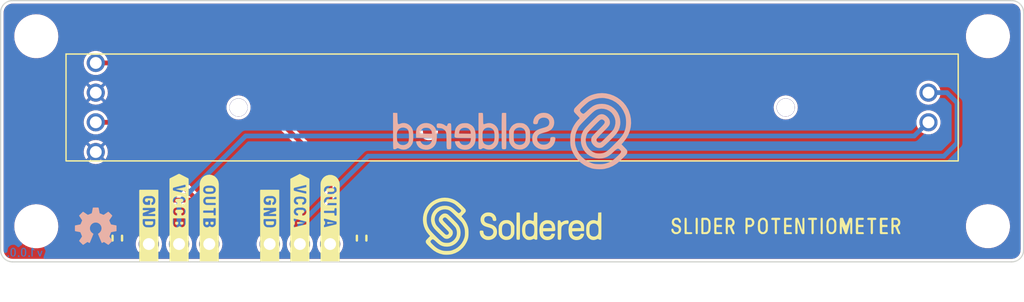
<source format=kicad_pcb>
(kicad_pcb (version 20210126) (generator pcbnew)
  (layers (0 "F.Cu" signal) (31 "B.Cu" signal) (34 "B.Paste" user) (35 "F.Paste" user) (36 "B.SilkS" user "B.Silkscreen") (37 "F.SilkS" user "F.Silkscreen") (38 "B.Mask" user) (39 "F.Mask" user) (44 "Edge.Cuts" user))
  (net 0 "")
  (net 1 "GND")
  (net 2 "OUTA")
  (net 3 "OUTB")
  (net 4 "VCCA")
  (net 5 "VCCB")
  (footprint "buzzardLabel" (layer "F.Cu") (at 117.54 130.4 -90)
    (fp_text reference "" (at 0 0 90) (layer "F.SilkS") (effects (font (size 1.27 1.27))))
    (fp_text value "" (at 0 0 90) (layer "F.SilkS") (effects (font (size 1.27 1.27))))
  )
  (footprint "e-radionica.com footprinti:0603C" (layer "F.Cu") (at 109.81 128 90)
    (fp_text reference "C2")
    (fp_text value "0.1uF")
    (pad "1" smd rect (at -0.73 0 90) (size 0.66 1) (layers "F.Cu" "F.Paste" "F.Mask") (net 1 "GND"))
    (pad "2" smd rect (at 0.73 0 90) (size 0.66 1) (layers "F.Cu" "F.Paste" "F.Mask") (net 3 "OUTB"))
  )
  (footprint "Soldered Graphics:Logo-Back-OSH-3.5mm" (layer "F.Cu") (at 108 127)
    (fp_text reference "G***" hide)
    (fp_text value "LOGO" hide)
  )
  (footprint "buzzardLabel" (layer "F.Cu") (at 115 130.4 -90)
    (fp_text reference "" (at 0 0 90) (layer "F.SilkS") (effects (font (size 1.27 1.27))))
    (fp_text value "" (at 0 0 90) (layer "F.SilkS") (effects (font (size 1.27 1.27))))
  )
  (footprint "e-radionica.com footprinti:HEADER_MALE_3X1" (layer "F.Cu") (at 125.16 128.5)
    (fp_text reference "K1")
    (fp_text value "HEADER_MALE_3X1")
    (pad "1" thru_hole circle (at -2.54 0) (size 1.7 1.7) (drill 1) (layers *.Cu *.Mask) (net 1 "GND"))
    (pad "2" thru_hole circle (at 0 0) (size 1.7 1.7) (drill 1) (layers *.Cu *.Mask) (net 4 "VCCA"))
    (pad "3" thru_hole circle (at 2.54 0) (size 1.7 1.7) (drill 1) (layers *.Cu *.Mask) (net 2 "OUTA"))
  )
  (footprint "e-radionica.com footprinti:FIDUCIAL_1MM_PASTE" (layer "F.Cu") (at 136 119)
    (fp_text reference "FD1")
    (fp_text value "Fiducial_Stencil")
    (pad "1" smd circle (at 0 0) (size 1 1) (property pad_prop_fiducial_glob) (layers "F.Cu" "F.Paste" "F.Mask"))
  )
  (footprint "buzzardLabel" (layer "F.Cu") (at 127.7 130.4 -90)
    (fp_text reference "" (at 0 0 90) (layer "F.SilkS") (effects (font (size 1.27 1.27))))
    (fp_text value "" (at 0 0 90) (layer "F.SilkS") (effects (font (size 1.27 1.27))))
  )
  (footprint "e-radionica.com footprinti:HOLE_3.2mm" (layer "F.Cu") (at 103 127)
    (fp_text reference "H1" hide)
    (fp_text value "HOLE_3.2mm" hide)
    (pad "" np_thru_hole circle (at 0 0) (size 3.2 3.2) (drill 3.2) (layers F&B.Cu *.Mask))
  )
  (footprint "buzzardLabel" (layer "F.Cu") (at 122.62 130.4 -90)
    (fp_text reference "" (at 0 0 90) (layer "F.SilkS") (effects (font (size 1.27 1.27))))
    (fp_text value "" (at 0 0 90) (layer "F.SilkS") (effects (font (size 1.27 1.27))))
  )
  (footprint "e-radionica.com footprinti:SLIDER_POT" (layer "F.Cu") (at 143 117)
    (fp_text reference "R1")
    (fp_text value "SLIDER_POT")
    (pad "1a" thru_hole circle (at -35 -1.25) (size 1.524 1.524) (drill 1) (layers *.Cu *.Mask) (net 1 "GND"))
    (pad "1b" thru_hole circle (at -35 3.75) (size 1.524 1.524) (drill 1) (layers *.Cu *.Mask) (net 1 "GND"))
    (pad "1b0" thru_hole circle (at -23 0) (size 1.524 1.524) (drill 1.5) (layers *.Cu *.Mask))
    (pad "1b1" thru_hole circle (at 23 0) (size 1.524 1.524) (drill 1.5) (layers *.Cu *.Mask))
    (pad "2a" thru_hole circle (at -35 -3.75) (size 1.524 1.524) (drill 1) (layers *.Cu *.Mask) (net 2 "OUTA"))
    (pad "2b" thru_hole circle (at -35 1.25) (size 1.524 1.524) (drill 1) (layers *.Cu *.Mask) (net 3 "OUTB"))
    (pad "3a" thru_hole circle (at 35 -1.25) (size 1.524 1.524) (drill 1) (layers *.Cu *.Mask) (net 4 "VCCA"))
    (pad "3b" thru_hole circle (at 35 1.25) (size 1.524 1.524) (drill 1) (layers *.Cu *.Mask) (net 5 "VCCB"))
  )
  (footprint "e-radionica.com footprinti:HEADER_MALE_3X1" (layer "F.Cu") (at 115 128.5)
    (fp_text reference "K2")
    (fp_text value "HEADER_MALE_3X1")
    (pad "1" thru_hole circle (at -2.54 0) (size 1.7 1.7) (drill 1) (layers *.Cu *.Mask) (net 1 "GND"))
    (pad "2" thru_hole circle (at 0 0) (size 1.7 1.7) (drill 1) (layers *.Cu *.Mask) (net 5 "VCCB"))
    (pad "3" thru_hole circle (at 2.54 0) (size 1.7 1.7) (drill 1) (layers *.Cu *.Mask) (net 3 "OUTB"))
  )
  (footprint "Soldered Graphics:Logo-Back-SolderedFULL-20mm" (layer "F.Cu") (at 143 119)
    (fp_text reference "REF**" hide)
    (fp_text value "Logo-Front-SolderedFULL-20mm" hide)
  )
  (footprint "e-radionica.com footprinti:HOLE_3.2mm" (layer "F.Cu") (at 183 127)
    (fp_text reference "H4" hide)
    (fp_text value "HOLE_3.2mm" hide)
    (pad "" np_thru_hole circle (at 0 0) (size 3.2 3.2) (drill 3.2) (layers F&B.Cu *.Mask))
  )
  (footprint "buzzardLabel" (layer "F.Cu") (at 125.16 130.4 -90)
    (fp_text reference "" (at 0 0 90) (layer "F.SilkS") (effects (font (size 1.27 1.27))))
    (fp_text value "" (at 0 0 90) (layer "F.SilkS") (effects (font (size 1.27 1.27))))
  )
  (footprint "e-radionica.com footprinti:HOLE_3.2mm" (layer "F.Cu") (at 183 111)
    (fp_text reference "H3" hide)
    (fp_text value "HOLE_3.2mm" hide)
    (pad "" np_thru_hole circle (at 0 0) (size 3.2 3.2) (drill 3.2) (layers F&B.Cu *.Mask))
  )
  (footprint "e-radionica.com footprinti:0603C" (layer "F.Cu") (at 130.35 128 -90)
    (fp_text reference "C1")
    (fp_text value "0.1uF")
    (pad "1" smd rect (at -0.73 0 270) (size 0.66 1) (layers "F.Cu" "F.Paste" "F.Mask") (net 2 "OUTA"))
    (pad "2" smd rect (at 0.73 0 270) (size 0.66 1) (layers "F.Cu" "F.Paste" "F.Mask") (net 1 "GND"))
  )
  (footprint "Soldered Graphics:Logo-Front-SolderedFULL-15mm" (layer "F.Cu") (at 143 127)
    (fp_text reference "REF**" hide)
    (fp_text value "Logo-Front-SolderedFULL-15mm" hide)
  )
  (footprint "buzzardLabel" (layer "F.Cu") (at 166 127)
    (fp_text reference "" (at 0 0) (layer "F.SilkS") (effects (font (size 1.27 1.27))))
    (fp_text value "" (at 0 0) (layer "F.SilkS") (effects (font (size 1.27 1.27))))
  )
  (footprint "e-radionica.com footprinti:HOLE_3.2mm" (layer "F.Cu") (at 103 111)
    (fp_text reference "H2" hide)
    (fp_text value "HOLE_3.2mm" hide)
    (pad "" np_thru_hole circle (at 0 0) (size 3.2 3.2) (drill 3.2) (layers F&B.Cu *.Mask))
  )
  (footprint "buzzardLabel" (layer "F.Cu") (at 112.46 130.4 -90)
    (fp_text reference "" (at 0 0 90) (layer "F.SilkS") (effects (font (size 1.27 1.27))))
    (fp_text value "" (at 0 0 90) (layer "F.SilkS") (effects (font (size 1.27 1.27))))
  )
  (footprint "Soldered Graphics:Version1.0.0." (layer "B.Cu") (at 102 129.2 180)
    (fp_text reference "" (at 0 0) (layer "B.SilkS") (effects (font (size 1.27 1.27)) (justify mirror)))
    (fp_text value "" (at 0 0) (layer "B.SilkS") (effects (font (size 1.27 1.27)) (justify mirror)))
    (fp_poly (pts (xy 0.06 -0.35) (xy 0.11 -0.35) (xy 0.17 -0.33) (xy 0.13 -0.28) (xy 0.03 -0.28) (xy -0.01 -0.25) (xy -0.03 -0.2) (xy -0.05 -0.15) (xy -0.05 -0.11) (xy -0.05 0.01) (xy -0.05 0.13) (xy -0.05 0.17) (xy -0.03 0.22) (xy -0.01 0.27) (xy 0.02 0.3) (xy 0.13 0.3) (xy 0.16 0.26) (xy 0.18 0.21) (xy 0.18 0.15) (xy 0.19 0.05) (xy 0.19 -0.08) (xy 0.19 -0.12) (xy 0.18 -0.17) (xy 0.16 -0.22) (xy 0.14 -0.27) (xy 0.14 -0.28) (xy 0.17 -0.32) (xy 0.21 -0.29) (xy 0.24 -0.26) (xy 0.26 -0.22) (xy 0.27 -0.16) (xy 0.28 -0.11) (xy 0.28 -0.06) (xy 0.28 0.06) (xy 0.28 0.12) (xy 0.27 0.17) (xy 0.26 0.22) (xy 0.25 0.27) (xy 0.22 0.3) (xy 0.19 0.34) (xy 0.13 0.37) (xy 0.08 0.38) (xy 0.02 0.38) (xy -0.03 0.35) (xy -0.08 0.31) (xy -0.1 0.28) (xy -0.12 0.23) (xy -0.14 0.18) (xy -0.14 0.13) (xy -0.15 0.08) (xy -0.15 -0.04) (xy -0.14 -0.1) (xy -0.14 -0.14) (xy -0.13 -0.2) (xy -0.11 -0.25) (xy -0.08 -0.28) (xy -0.05 -0.32) (xy 0.01 -0.35) (xy 0.06 -0.35)) (layer "B.Cu") (width 0.01) (fill solid))
    (fp_poly (pts (xy 1.31 -0.38) (xy 1.36 -0.38) (xy 1.41 -0.37) (xy 1.42 -0.33) (xy 1.42 -0.27) (xy 1.38 -0.26) (xy 1.33 -0.26) (xy 1.3 -0.29) (xy 1.3 -0.34) (xy 1.31 -0.38)) (layer "B.Cu") (width 0.01) (fill solid))
    (fp_poly (pts (xy -1.33 -0.35) (xy -1.27 -0.35) (xy -1.25 -0.31) (xy -1.09 0.1) (xy -1.11 0.13) (xy -1.16 0.13) (xy -1.19 0.1) (xy -1.28 -0.16) (xy -1.3 -0.21) (xy -1.32 -0.17) (xy -1.41 0.09) (xy -1.44 0.13) (xy -1.49 0.13) (xy -1.51 0.1) (xy -1.36 -0.31) (xy -1.33 -0.35)) (layer "B.Cu") (width 0.01) (fill solid))
    (fp_poly (pts (xy 0.43 -0.38) (xy 0.48 -0.38) (xy 0.54 -0.37) (xy 0.54 -0.33) (xy 0.54 -0.27) (xy 0.5 -0.26) (xy 0.45 -0.26) (xy 0.42 -0.29) (xy 0.42 -0.34) (xy 0.43 -0.38)) (layer "B.Cu") (width 0.01) (fill solid))
    (fp_poly (pts (xy -0.67 -0.35) (xy -0.62 -0.35) (xy -0.6 -0.31) (xy -0.6 0.35) (xy -0.64 0.38) (xy -0.69 0.38) (xy -0.73 0.34) (xy -0.84 0.22) (xy -0.86 0.17) (xy -0.83 0.16) (xy -0.73 0.22) (xy -0.69 0.23) (xy -0.69 -0.31) (xy -0.67 -0.35)) (layer "B.Cu") (width 0.01) (fill solid))
    (fp_poly (pts (xy -0.44 -0.38) (xy -0.39 -0.38) (xy -0.34 -0.37) (xy -0.34 -0.33) (xy -0.34 -0.27) (xy -0.38 -0.26) (xy -0.43 -0.26) (xy -0.46 -0.29) (xy -0.46 -0.34) (xy -0.44 -0.38)) (layer "B.Cu") (width 0.01) (fill solid))
    (fp_poly (pts (xy 0.93 -0.35) (xy 0.99 -0.35) (xy 1.04 -0.33) (xy 1.01 -0.28) (xy 0.91 -0.28) (xy 0.87 -0.25) (xy 0.85 -0.2) (xy 0.83 -0.15) (xy 0.83 -0.11) (xy 0.82 0.01) (xy 0.83 0.13) (xy 0.83 0.17) (xy 0.84 0.22) (xy 0.87 0.27) (xy 0.9 0.3) (xy 1.01 0.3) (xy 1.04 0.26) (xy 1.05 0.21) (xy 1.06 0.15) (xy 1.07 0.05) (xy 1.07 -0.08) (xy 1.06 -0.12) (xy 1.06 -0.17) (xy 1.04 -0.22) (xy 1.02 -0.27) (xy 1.01 -0.28) (xy 1.05 -0.32) (xy 1.09 -0.29) (xy 1.12 -0.26) (xy 1.14 -0.22) (xy 1.15 -0.16) (xy 1.16 -0.11) (xy 1.16 -0.06) (xy 1.16 0.06) (xy 1.16 0.12) (xy 1.15 0.17) (xy 1.14 0.22) (xy 1.13 0.27) (xy 1.1 0.3) (xy 1.06 0.34) (xy 1.01 0.37) (xy 0.95 0.38) (xy 0.9 0.38) (xy 0.84 0.35) (xy 0.8 0.31) (xy 0.78 0.28) (xy 0.75 0.23) (xy 0.74 0.18) (xy 0.74 0.13) (xy 0.73 0.08) (xy 0.73 -0.04) (xy 0.73 -0.1) (xy 0.74 -0.14) (xy 0.75 -0.2) (xy 0.77 -0.25) (xy 0.79 -0.28) (xy 0.83 -0.32) (xy 0.89 -0.35) (xy 0.93 -0.35)) (layer "B.Cu") (width 0.01) (fill solid))
  )
  (gr_arc (start 101 129) (end 101 130) (angle 90) (layer "Edge.Cuts") (width 0.1))
  (gr_arc (start 185 129) (end 185 130) (angle -90) (layer "Edge.Cuts") (width 0.1))
  (gr_arc (start 101 109) (end 101 108) (angle -90) (layer "Edge.Cuts") (width 0.1))
  (gr_arc (start 185 109) (end 185 108) (angle 90) (layer "Edge.Cuts") (width 0.1))
  (gr_line (start 186 109) (end 186 129) (layer "Edge.Cuts") (width 0.1))
  (gr_line (start 101 108) (end 185 108) (layer "Edge.Cuts") (width 0.1))
  (gr_line (start 100 129) (end 100 109) (layer "Edge.Cuts") (width 0.1))
  (gr_line (start 185 130) (end 101 130) (layer "Edge.Cuts") (width 0.1))
  (segment (start 127.7 125.8) (end 127.7 128.5) (width 0.4) (layer "F.Cu") (net 2))
  (segment (start 127.7 122.4) (end 118.55 113.25) (width 0.4) (layer "F.Cu") (net 2))
  (segment (start 130.35 127.27) (end 129.17 127.27) (width 0.4) (layer "F.Cu") (net 2))
  (segment (start 129.17 127.27) (end 127.7 125.8) (width 0.4) (layer "F.Cu") (net 2))
  (segment (start 127.7 125.8) (end 127.7 122.4) (width 0.4) (layer "F.Cu") (net 2))
  (segment (start 118.55 113.25) (end 108 113.25) (width 0.4) (layer "F.Cu") (net 2))
  (segment (start 109.95 118.25) (end 108 118.25) (width 0.4) (layer "F.Cu") (net 3))
  (segment (start 117.54 125.84) (end 117.54 128.5) (width 0.4) (layer "F.Cu") (net 3))
  (segment (start 116.5 124.8) (end 117.54 125.84) (width 0.4) (layer "F.Cu") (net 3))
  (segment (start 109.81 127.27) (end 109.81 126.89) (width 0.4) (layer "F.Cu") (net 3))
  (segment (start 116.5 124.8) (end 109.95 118.25) (width 0.4) (layer "F.Cu") (net 3))
  (segment (start 109.81 126.89) (end 111.9 124.8) (width 0.4) (layer "F.Cu") (net 3))
  (segment (start 111.9 124.8) (end 116.5 124.8) (width 0.4) (layer "F.Cu") (net 3))
  (segment (start 180.4 120) (end 180.4 116.6) (width 0.4) (layer "B.Cu") (net 4))
  (segment (start 130.9 121.1) (end 179.3 121.1) (width 0.4) (layer "B.Cu") (net 4))
  (segment (start 179.3 121.1) (end 180.4 120) (width 0.4) (layer "B.Cu") (net 4))
  (segment (start 180.4 116.6) (end 179.55 115.75) (width 0.4) (layer "B.Cu") (net 4))
  (segment (start 179.55 115.75) (end 178 115.75) (width 0.4) (layer "B.Cu") (net 4))
  (segment (start 125.16 128.5) (end 125.16 126.84) (width 0.4) (layer "B.Cu") (net 4))
  (segment (start 125.16 126.84) (end 130.9 121.1) (width 0.4) (layer "B.Cu") (net 4))
  (segment (start 120.6 119.4) (end 176.8 119.4) (width 0.4) (layer "B.Cu") (net 5))
  (segment (start 115 128.5) (end 115 125) (width 0.4) (layer "B.Cu") (net 5))
  (segment (start 176.8 119.4) (end 177.95 118.25) (width 0.4) (layer "B.Cu") (net 5))
  (segment (start 177.95 118.25) (end 178 118.25) (width 0.4) (layer "B.Cu") (net 5))
  (segment (start 115 125) (end 120.6 119.4) (width 0.4) (layer "B.Cu") (net 5))
  (zone (net 1) (net_name "GND") (layers F&B.Cu) (connect_pads (clearance 0.254)) (min_thickness 0.254) (fill yes (thermal_gap 0.254) (thermal_bridge_width 0.254))
    (polygon (pts (xy 186 130) (xy 100 130) (xy 100 108) (xy 186 108)))
  )
)
</source>
